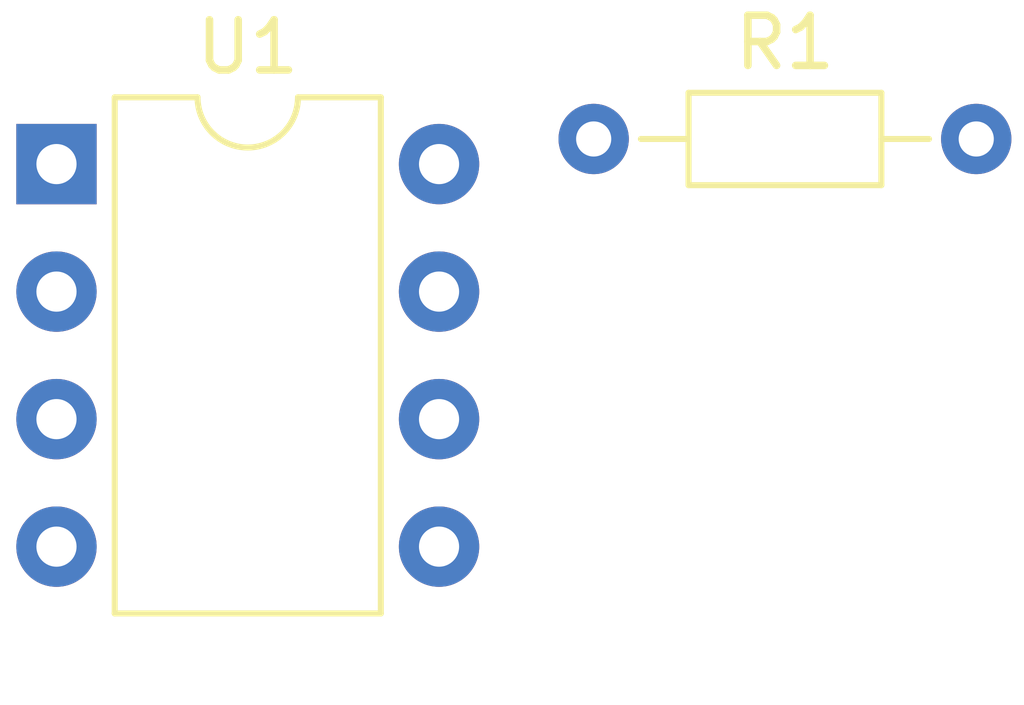
<source format=kicad_pcb>
(kicad_pcb (version 20171130) (host pcbnew "(5.1.2)-2")

  (general
    (thickness 1.6)
    (drawings 0)
    (tracks 0)
    (zones 0)
    (modules 2)
    (nets 10)
  )

  (page A4)
  (layers
    (0 F.Cu signal)
    (31 B.Cu signal)
    (32 B.Adhes user)
    (33 F.Adhes user)
    (34 B.Paste user)
    (35 F.Paste user)
    (36 B.SilkS user)
    (37 F.SilkS user)
    (38 B.Mask user)
    (39 F.Mask user)
    (40 Dwgs.User user)
    (41 Cmts.User user)
    (42 Eco1.User user)
    (43 Eco2.User user)
    (44 Edge.Cuts user)
    (45 Margin user)
    (46 B.CrtYd user)
    (47 F.CrtYd user)
    (48 B.Fab user)
    (49 F.Fab user)
  )

  (setup
    (last_trace_width 0.25)
    (trace_clearance 0.2)
    (zone_clearance 0.508)
    (zone_45_only no)
    (trace_min 0.2)
    (via_size 0.8)
    (via_drill 0.4)
    (via_min_size 0.4)
    (via_min_drill 0.3)
    (uvia_size 0.3)
    (uvia_drill 0.1)
    (uvias_allowed no)
    (uvia_min_size 0.2)
    (uvia_min_drill 0.1)
    (edge_width 0.05)
    (segment_width 0.2)
    (pcb_text_width 0.3)
    (pcb_text_size 1.5 1.5)
    (mod_edge_width 0.12)
    (mod_text_size 1 1)
    (mod_text_width 0.15)
    (pad_size 1.524 1.524)
    (pad_drill 0.762)
    (pad_to_mask_clearance 0.051)
    (solder_mask_min_width 0.25)
    (aux_axis_origin 0 0)
    (visible_elements FFFFFF7F)
    (pcbplotparams
      (layerselection 0x010fc_ffffffff)
      (usegerberextensions false)
      (usegerberattributes false)
      (usegerberadvancedattributes false)
      (creategerberjobfile false)
      (excludeedgelayer true)
      (linewidth 0.100000)
      (plotframeref false)
      (viasonmask false)
      (mode 1)
      (useauxorigin false)
      (hpglpennumber 1)
      (hpglpenspeed 20)
      (hpglpendiameter 15.000000)
      (psnegative false)
      (psa4output false)
      (plotreference true)
      (plotvalue true)
      (plotinvisibletext false)
      (padsonsilk false)
      (subtractmaskfromsilk false)
      (outputformat 1)
      (mirror false)
      (drillshape 1)
      (scaleselection 1)
      (outputdirectory ""))
  )

  (net 0 "")
  (net 1 "Net-(R1-Pad2)")
  (net 2 "Net-(R1-Pad1)")
  (net 3 GND)
  (net 4 "Net-(U1-Pad1)")
  (net 5 "Net-(U1-Pad7)")
  (net 6 "Net-(U1-Pad3)")
  (net 7 "Net-(U1-Pad6)")
  (net 8 "Net-(U1-Pad2)")
  (net 9 "Net-(U1-Pad5)")

  (net_class Default "This is the default net class."
    (clearance 0.2)
    (trace_width 0.25)
    (via_dia 0.8)
    (via_drill 0.4)
    (uvia_dia 0.3)
    (uvia_drill 0.1)
    (add_net GND)
    (add_net "Net-(R1-Pad1)")
    (add_net "Net-(R1-Pad2)")
    (add_net "Net-(U1-Pad1)")
    (add_net "Net-(U1-Pad2)")
    (add_net "Net-(U1-Pad3)")
    (add_net "Net-(U1-Pad5)")
    (add_net "Net-(U1-Pad6)")
    (add_net "Net-(U1-Pad7)")
  )

  (module Package_DIP:DIP-8_W7.62mm (layer F.Cu) (tedit 5A02E8C5) (tstamp 5E538FA3)
    (at 108.68 86.86)
    (descr "8-lead though-hole mounted DIP package, row spacing 7.62 mm (300 mils)")
    (tags "THT DIP DIL PDIP 2.54mm 7.62mm 300mil")
    (path /5E53AF9F)
    (fp_text reference U1 (at 3.81 -2.33) (layer F.SilkS)
      (effects (font (size 1 1) (thickness 0.15)))
    )
    (fp_text value 6N137 (at 3.81 9.95) (layer F.Fab)
      (effects (font (size 1 1) (thickness 0.15)))
    )
    (fp_text user %R (at 3.81 3.81) (layer F.Fab)
      (effects (font (size 1 1) (thickness 0.15)))
    )
    (fp_line (start 8.7 -1.55) (end -1.1 -1.55) (layer F.CrtYd) (width 0.05))
    (fp_line (start 8.7 9.15) (end 8.7 -1.55) (layer F.CrtYd) (width 0.05))
    (fp_line (start -1.1 9.15) (end 8.7 9.15) (layer F.CrtYd) (width 0.05))
    (fp_line (start -1.1 -1.55) (end -1.1 9.15) (layer F.CrtYd) (width 0.05))
    (fp_line (start 6.46 -1.33) (end 4.81 -1.33) (layer F.SilkS) (width 0.12))
    (fp_line (start 6.46 8.95) (end 6.46 -1.33) (layer F.SilkS) (width 0.12))
    (fp_line (start 1.16 8.95) (end 6.46 8.95) (layer F.SilkS) (width 0.12))
    (fp_line (start 1.16 -1.33) (end 1.16 8.95) (layer F.SilkS) (width 0.12))
    (fp_line (start 2.81 -1.33) (end 1.16 -1.33) (layer F.SilkS) (width 0.12))
    (fp_line (start 0.635 -0.27) (end 1.635 -1.27) (layer F.Fab) (width 0.1))
    (fp_line (start 0.635 8.89) (end 0.635 -0.27) (layer F.Fab) (width 0.1))
    (fp_line (start 6.985 8.89) (end 0.635 8.89) (layer F.Fab) (width 0.1))
    (fp_line (start 6.985 -1.27) (end 6.985 8.89) (layer F.Fab) (width 0.1))
    (fp_line (start 1.635 -1.27) (end 6.985 -1.27) (layer F.Fab) (width 0.1))
    (fp_arc (start 3.81 -1.33) (end 2.81 -1.33) (angle -180) (layer F.SilkS) (width 0.12))
    (pad 8 thru_hole oval (at 7.62 0) (size 1.6 1.6) (drill 0.8) (layers *.Cu *.Mask)
      (net 3 GND))
    (pad 4 thru_hole oval (at 0 7.62) (size 1.6 1.6) (drill 0.8) (layers *.Cu *.Mask)
      (net 4 "Net-(U1-Pad1)"))
    (pad 7 thru_hole oval (at 7.62 2.54) (size 1.6 1.6) (drill 0.8) (layers *.Cu *.Mask)
      (net 5 "Net-(U1-Pad7)"))
    (pad 3 thru_hole oval (at 0 5.08) (size 1.6 1.6) (drill 0.8) (layers *.Cu *.Mask)
      (net 6 "Net-(U1-Pad3)"))
    (pad 6 thru_hole oval (at 7.62 5.08) (size 1.6 1.6) (drill 0.8) (layers *.Cu *.Mask)
      (net 7 "Net-(U1-Pad6)"))
    (pad 2 thru_hole oval (at 0 2.54) (size 1.6 1.6) (drill 0.8) (layers *.Cu *.Mask)
      (net 8 "Net-(U1-Pad2)"))
    (pad 5 thru_hole oval (at 7.62 7.62) (size 1.6 1.6) (drill 0.8) (layers *.Cu *.Mask)
      (net 9 "Net-(U1-Pad5)"))
    (pad 1 thru_hole rect (at 0 0) (size 1.6 1.6) (drill 0.8) (layers *.Cu *.Mask)
      (net 4 "Net-(U1-Pad1)"))
    (model ${KISYS3DMOD}/Package_DIP.3dshapes/DIP-8_W7.62mm.wrl
      (at (xyz 0 0 0))
      (scale (xyz 1 1 1))
      (rotate (xyz 0 0 0))
    )
  )

  (module Resistor_THT:R_Axial_DIN0204_L3.6mm_D1.6mm_P7.62mm_Horizontal (layer F.Cu) (tedit 5AE5139B) (tstamp 5E538F87)
    (at 119.38 86.36)
    (descr "Resistor, Axial_DIN0204 series, Axial, Horizontal, pin pitch=7.62mm, 0.167W, length*diameter=3.6*1.6mm^2, http://cdn-reichelt.de/documents/datenblatt/B400/1_4W%23YAG.pdf")
    (tags "Resistor Axial_DIN0204 series Axial Horizontal pin pitch 7.62mm 0.167W length 3.6mm diameter 1.6mm")
    (path /5E53C6E0)
    (fp_text reference R1 (at 3.81 -1.92) (layer F.SilkS)
      (effects (font (size 1 1) (thickness 0.15)))
    )
    (fp_text value 10K (at 3.81 1.92) (layer F.Fab)
      (effects (font (size 1 1) (thickness 0.15)))
    )
    (fp_text user %R (at 3.81 0) (layer F.Fab)
      (effects (font (size 0.72 0.72) (thickness 0.108)))
    )
    (fp_line (start 8.57 -1.05) (end -0.95 -1.05) (layer F.CrtYd) (width 0.05))
    (fp_line (start 8.57 1.05) (end 8.57 -1.05) (layer F.CrtYd) (width 0.05))
    (fp_line (start -0.95 1.05) (end 8.57 1.05) (layer F.CrtYd) (width 0.05))
    (fp_line (start -0.95 -1.05) (end -0.95 1.05) (layer F.CrtYd) (width 0.05))
    (fp_line (start 6.68 0) (end 5.73 0) (layer F.SilkS) (width 0.12))
    (fp_line (start 0.94 0) (end 1.89 0) (layer F.SilkS) (width 0.12))
    (fp_line (start 5.73 -0.92) (end 1.89 -0.92) (layer F.SilkS) (width 0.12))
    (fp_line (start 5.73 0.92) (end 5.73 -0.92) (layer F.SilkS) (width 0.12))
    (fp_line (start 1.89 0.92) (end 5.73 0.92) (layer F.SilkS) (width 0.12))
    (fp_line (start 1.89 -0.92) (end 1.89 0.92) (layer F.SilkS) (width 0.12))
    (fp_line (start 7.62 0) (end 5.61 0) (layer F.Fab) (width 0.1))
    (fp_line (start 0 0) (end 2.01 0) (layer F.Fab) (width 0.1))
    (fp_line (start 5.61 -0.8) (end 2.01 -0.8) (layer F.Fab) (width 0.1))
    (fp_line (start 5.61 0.8) (end 5.61 -0.8) (layer F.Fab) (width 0.1))
    (fp_line (start 2.01 0.8) (end 5.61 0.8) (layer F.Fab) (width 0.1))
    (fp_line (start 2.01 -0.8) (end 2.01 0.8) (layer F.Fab) (width 0.1))
    (pad 2 thru_hole oval (at 7.62 0) (size 1.4 1.4) (drill 0.7) (layers *.Cu *.Mask)
      (net 1 "Net-(R1-Pad2)"))
    (pad 1 thru_hole circle (at 0 0) (size 1.4 1.4) (drill 0.7) (layers *.Cu *.Mask)
      (net 2 "Net-(R1-Pad1)"))
    (model ${KISYS3DMOD}/Resistor_THT.3dshapes/R_Axial_DIN0204_L3.6mm_D1.6mm_P7.62mm_Horizontal.wrl
      (at (xyz 0 0 0))
      (scale (xyz 1 1 1))
      (rotate (xyz 0 0 0))
    )
  )

)

</source>
